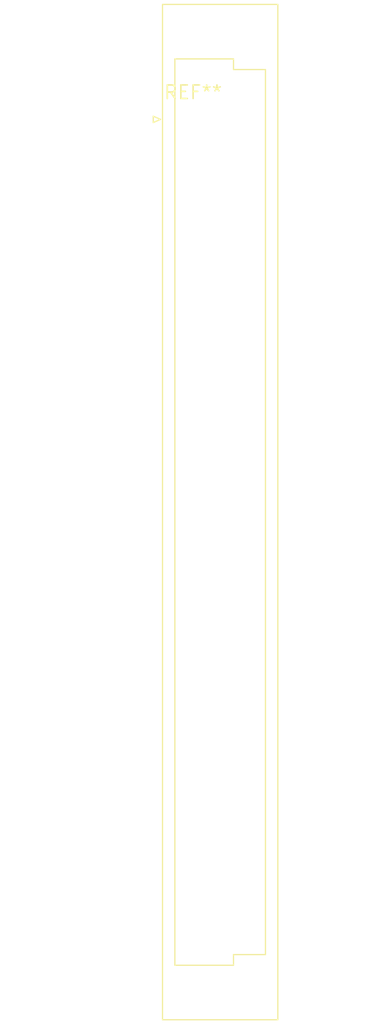
<source format=kicad_pcb>
(kicad_pcb (version 20240108) (generator pcbnew)
  (layers (0 "F.Cu" signal) (31 "B.Cu" signal) (34 "B.Paste" user) (35 "F.Paste" user) (36 "B.SilkS" user "B.Silkscreen") (37 "F.SilkS" user "F.Silkscreen") (38 "B.Mask" user) (39 "F.Mask" user) (44 "Edge.Cuts" user))
  (net 0 "")
  (footprint "DIN41612_D_2x8_Female_Vertical_THT" (layer "F.Cu") (at 0 0)
    (property "Reference" "REF**")
    (property "Value" "DIN41612_D_2x8_Female_Vertical_THT")
    (fp_line (start -3.74 2.24) (end -3.74 2.84) (layer "F.SilkS") (stroke (width 0.12)))
    (fp_line (start -3.74 2.84) (end -3.06 2.54) (layer "F.SilkS") (stroke (width 0.12)))
    (fp_line (start -3.06 2.54) (end -3.74 2.24) (layer "F.SilkS") (stroke (width 0.12)))
    (fp_line (start -2.87 -8.24) (end 7.95 -8.24) (layer "F.SilkS") (stroke (width 0.12)))
    (fp_line (start -2.87 86.98) (end -2.87 -8.24) (layer "F.SilkS") (stroke (width 0.12)))
    (fp_line (start -1.71 -3.131) (end 3.79 -3.131) (layer "F.SilkS") (stroke (width 0.12)))
    (fp_line (start -1.71 81.87) (end -1.71 -3.131) (layer "F.SilkS") (stroke (width 0.12)))
    (fp_line (start 3.79 -3.131) (end 3.79 -2.131) (layer "F.SilkS") (stroke (width 0.12)))
    (fp_line (start 3.79 -2.131) (end 6.79 -2.131) (layer "F.SilkS") (stroke (width 0.12)))
    (fp_line (start 3.79 80.87) (end 3.79 81.87) (layer "F.SilkS") (stroke (width 0.12)))
    (fp_line (start 3.79 81.87) (end -1.71 81.87) (layer "F.SilkS") (stroke (width 0.12)))
    (fp_line (start 6.79 -2.131) (end 6.79 80.87) (layer "F.SilkS") (stroke (width 0.12)))
    (fp_line (start 6.79 80.87) (end 3.79 80.87) (layer "F.SilkS") (stroke (width 0.12)))
    (fp_line (start 7.95 -8.24) (end 7.95 86.98) (layer "F.SilkS") (stroke (width 0.12)))
    (fp_line (start 7.95 86.98) (end -2.87 86.98) (layer "F.SilkS") (stroke (width 0.12)))
    (pad "" np_thru_hole circle (at 2.24 -5.63) (size 2.85 2.85) (drill 2.85) (layers *.Cu *.Mask))
    (pad "" np_thru_hole circle (at 2.24 84.37) (size 2.85 2.85) (drill 2.85) (layers *.Cu *.Mask))
    (pad "a2" thru_hole roundrect (at 0 2.54) (size 2.6 2.6) (drill 1.6) (layers *.Cu *.Mask) (remove_unused_layers) (roundrect_rratio 0.096154))
    (pad "a6" thru_hole circle (at 0 12.7) (size 2.6 2.6) (drill 1.6) (layers *.Cu *.Mask) (remove_unused_layers))
    (pad "a10" thru_hole circle (at 0 22.86) (size 2.6 2.6) (drill 1.6) (layers *.Cu *.Mask) (remove_unused_layers))
    (pad "a14" thru_hole circle (at 0 33.02) (size 2.6 2.6) (drill 1.6) (layers *.Cu *.Mask) (remove_unused_layers))
    (pad "a18" thru_hole circle (at 0 43.18) (size 2.6 2.6) (drill 1.6) (layers *.Cu *.Mask) (remove_unused_layers))
    (pad "a22" thru_hole circle (at 0 53.34) (size 2.6 2.6) (drill 1.6) (layers *.Cu *.Mask) (remove_unused_layers))
    (pad "a26" thru_hole circle (at 0 63.5) (size 2.6 2.6) (drill 1.6) (layers *.Cu *.Mask) (remove_unused_layers))
    (pad "a30" thru_hole circle (at 0 73.66) (size 2.6 2.6) (drill 1.6) (layers *.Cu *.Mask) (remove_unused_layers))
    (pad "c2" thru_hole circle (at 5.08 2.54) (size 2.6 2.6) (drill 1.6) (layers *.Cu *.Mask) (remove_unused_layers))
    (pad "c6" thru_hole circle (at 5.08 12.7) (size 2.6 2.6) (drill 1.6) (layers *.Cu *.Mask) (remove_unused_layers))
    (pad "c10" thru_hole circle (at 5.08 22.86) (size 2.6 2.6) (drill 1.6) (layers *.Cu *.Mask) (remove_unused_layers))
    (pad "c14" thru_hole circle (at 5.08 33.02) (size 2.6 2.6) (drill 1.6) (layers *.Cu *.Mask) (remove_unused_layers))
    (pad "c18" thru_hole circle (at 5.08 43.18) (size 2.6 2.6) (drill 1.6) (layers *.Cu *.Mask) (remove_unused_layers))
    (pad "c22" thru_hole circle (at 5.08 53.34) (size 2.6 2.6) (drill 1.6) (layers *.Cu *.Mask) (remove_unused_layers))
    (pad "c26" thru_hole circle (at 5.08 63.5) (size 2.6 2.6) (drill 1.6) (layers *.Cu *.Mask) (remove_unused_layers))
    (pad "c30" thru_hole circle (at 5.08 73.66) (size 2.6 2.6) (drill 1.6) (layers *.Cu *.Mask) (remove_unused_layers))
  )
)
</source>
